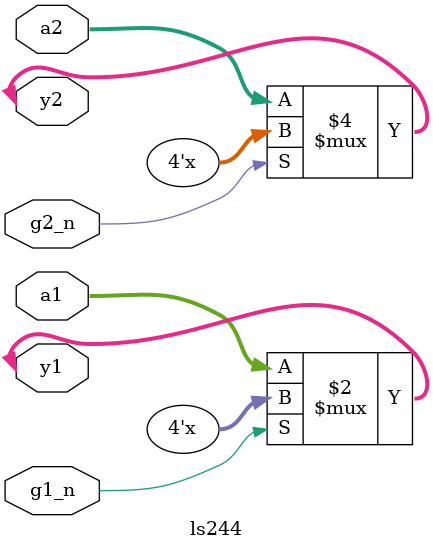
<source format=v>
/*
 * ls244:
 * The ls244 module is an octal buffer and line driver with tristate output
 */
module ls244(
	     a1,
	     a2,
	     y1,
	     y2,
	     g1_n,
	     g2_n);

   input [3:0] a1,a2;
   inout [3:0] y1,y2;
   input       g1_n, g2_n;

   //reg [3:0]   y1,y2;
   wire        g1, g2;

   assign y1 = (g1 == 1'b1) ? a1 : 4'bzzzz;
   assign y2 = (g2 == 1'b1) ? a2 : 4'bzzzz;
   
   assign g1 = ~g1_n;
   assign g2 = ~g2_n;
/*
   always @(g1 or a1) begin
      if(g1 === 1'b1) begin
	 y1 = a1;
      end
      else begin
	 y1 = 4'bzzzz;
      end
   end
   always @(g2 or a2) begin
      if(g2 === 1'b1) begin
	 y2 = a2;
      end
      else begin
	 y2 = 4'bzzzz;
      end
   end
  */ 
endmodule // ls244

</source>
